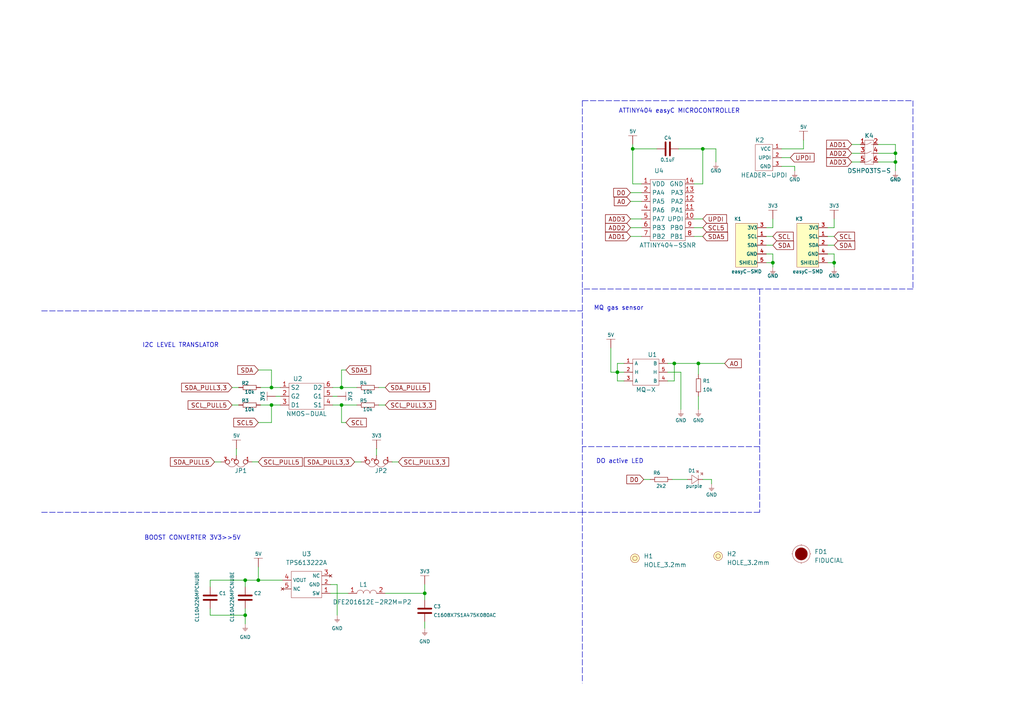
<source format=kicad_sch>
(kicad_sch (version 20210406) (generator eeschema)
  (paper "A4")
  (lib_symbols
    (symbol "e-radionica.com schematics:0402LED" (pin_numbers hide) (pin_names (offset 0.254) hide)
      (property "Reference" "D" (at -0.635 2.54 0))
      (property "Value" "0402LED" (at 0 -2.54 0))
      (symbol "0402LED_0_1"
        (polyline (pts (xy -0.635 1.27) (xy 1.27 0)) (stroke (width 0.0006)))
        (polyline (pts (xy 0.635 1.905) (xy 1.27 2.54)) (stroke (width 0.0006)))
        (polyline (pts (xy 1.27 1.27) (xy 1.27 -1.27)) (stroke (width 0.0006)))
        (polyline (pts (xy 1.905 1.27) (xy 2.54 1.905)) (stroke (width 0.0006)))
        (polyline (pts (xy -0.635 1.27) (xy -0.635 -1.27) (xy 1.27 0)) (stroke (width 0.0006)))
        (polyline (pts (xy 1.27 2.54) (xy 0.635 2.54) (xy 1.27 1.905) (xy 1.27 2.54)) (stroke (width 0.0006)))
        (polyline (pts (xy 2.54 1.905) (xy 1.905 1.905) (xy 2.54 1.27) (xy 2.54 1.905)) (stroke (width 0.0006)))
      )
      (symbol "0402LED_1_1"
        (pin passive line (at -1.905 0 0) (length 1.27) (name "A") (number "1"))
        (pin passive line (at 2.54 0 180) (length 1.27) (name "K") (number "2"))
      )
    )
    (symbol "e-radionica.com schematics:0402R" (pin_numbers hide) (pin_names (offset 0.254))
      (property "Reference" "R" (at -1.905 1.27 0))
      (property "Value" "0402R" (at 0 -1.27 0))
      (symbol "0402R_0_1"
        (rectangle (start -1.905 -0.635) (end 1.905 -0.6604) (stroke (width 0.1)))
        (rectangle (start -1.905 0.635) (end -1.8796 -0.635) (stroke (width 0.1)))
        (rectangle (start -1.905 0.635) (end 1.905 0.6096) (stroke (width 0.1)))
        (rectangle (start 1.905 0.635) (end 1.9304 -0.635) (stroke (width 0.1)))
      )
      (symbol "0402R_1_1"
        (pin passive line (at -3.175 0 0) (length 1.27) (name "~") (number "1"))
        (pin passive line (at 3.175 0 180) (length 1.27) (name "~") (number "2"))
      )
    )
    (symbol "e-radionica.com schematics:0603C" (pin_numbers hide) (pin_names (offset 0.002))
      (property "Reference" "C" (at -0.635 3.175 0))
      (property "Value" "0603C" (at 0 -3.175 0))
      (symbol "0603C_0_1"
        (polyline (pts (xy -0.635 1.905) (xy -0.635 -1.905)) (stroke (width 0.5)))
        (polyline (pts (xy 0.635 1.905) (xy 0.635 -1.905)) (stroke (width 0.5)))
      )
      (symbol "0603C_1_1"
        (pin passive line (at -3.175 0 0) (length 2.54) (name "~") (number "1"))
        (pin passive line (at 3.175 0 180) (length 2.54) (name "~") (number "2"))
      )
    )
    (symbol "e-radionica.com schematics:0603R" (pin_numbers hide) (pin_names (offset 0.254))
      (property "Reference" "R" (at -1.905 1.905 0))
      (property "Value" "0603R" (at 0 -1.905 0))
      (symbol "0603R_0_1"
        (rectangle (start -1.905 -0.635) (end 1.905 -0.6604) (stroke (width 0.1)))
        (rectangle (start -1.905 0.635) (end -1.8796 -0.635) (stroke (width 0.1)))
        (rectangle (start -1.905 0.635) (end 1.905 0.6096) (stroke (width 0.1)))
        (rectangle (start 1.905 0.635) (end 1.9304 -0.635) (stroke (width 0.1)))
      )
      (symbol "0603R_1_1"
        (pin passive line (at -3.175 0 0) (length 1.27) (name "~") (number "1"))
        (pin passive line (at 3.175 0 180) (length 1.27) (name "~") (number "2"))
      )
    )
    (symbol "e-radionica.com schematics:0805C" (pin_numbers hide)
      (property "Reference" "C" (at -0.635 3.175 0))
      (property "Value" "0805C" (at 0 -3.175 0))
      (symbol "0805C_0_1"
        (polyline (pts (xy -0.635 1.905) (xy -0.635 -1.905)) (stroke (width 0.5)))
        (polyline (pts (xy 0.635 1.905) (xy 0.635 -1.905)) (stroke (width 0.5)))
      )
      (symbol "0805C_1_1"
        (pin passive line (at -3.175 0 0) (length 2.54) (name "~") (number "1"))
        (pin passive line (at 3.175 0 180) (length 2.54) (name "~") (number "2"))
      )
    )
    (symbol "e-radionica.com schematics:0806L"
      (property "Reference" "L" (at 0 1.905 0))
      (property "Value" "0806L" (at 0 -1.27 0))
      (symbol "0806L_0_1"
        (arc (start -3.175 0) (end -1.27 0) (radius (at -2.2225 -0.0138) (length 0.9526) (angles 179.2 0.8)) (stroke (width 0.0006)))
        (arc (start -1.27 0) (end 0.635 0) (radius (at -0.3175 -0.0138) (length 0.9526) (angles 179.2 0.8)) (stroke (width 0.0006)))
        (arc (start 0.635 0) (end 2.54 0) (radius (at 1.5875 -0.0138) (length 0.9526) (angles 179.2 0.8)) (stroke (width 0.0006)))
      )
      (symbol "0806L_1_1"
        (pin passive line (at -5.715 0 0) (length 2.54) (name "") (number "1"))
        (pin passive line (at 5.08 0 180) (length 2.54) (name "") (number "2"))
      )
    )
    (symbol "e-radionica.com schematics:3V3" (power) (pin_names (offset 0))
      (property "Value" "3V3" (at 0 3.556 0))
      (symbol "3V3_0_1"
        (polyline (pts (xy -1.27 2.54) (xy 1.27 2.54)) (stroke (width 0.0006)))
        (polyline (pts (xy 0 0) (xy 0 2.54)))
      )
      (symbol "3V3_1_1"
        (pin power_in line (at 0 0 90) (length 0) hide (name "3V3") (number "1"))
      )
    )
    (symbol "e-radionica.com schematics:5V" (power) (pin_names (offset 0))
      (property "Value" "5V" (at 0 3.556 0))
      (symbol "5V_0_1"
        (polyline (pts (xy -1.27 2.54) (xy 1.27 2.54)) (stroke (width 0.0006)))
        (polyline (pts (xy 0 0) (xy 0 2.54)))
      )
      (symbol "5V_1_1"
        (pin power_in line (at 0 0 90) (length 0) hide (name "5V") (number "1"))
      )
    )
    (symbol "e-radionica.com schematics:ATTINY404-SSNR"
      (property "Reference" "U" (at -5.08 10.16 0))
      (property "Value" "ATTINY404-SSNR" (at 0 -10.16 0))
      (symbol "ATTINY404-SSNR_0_1"
        (rectangle (start -5.08 8.89) (end 5.08 -8.89) (stroke (width 0.0006)))
      )
      (symbol "ATTINY404-SSNR_1_1"
        (pin power_in line (at -7.62 7.62 0) (length 2.54) (name "VDD") (number "1"))
        (pin bidirectional line (at 7.62 -2.54 180) (length 2.54) (name "UPDI") (number "10"))
        (pin bidirectional line (at 7.62 0 180) (length 2.54) (name "PA1") (number "11"))
        (pin bidirectional line (at 7.62 2.54 180) (length 2.54) (name "PA2") (number "12"))
        (pin bidirectional line (at 7.62 5.08 180) (length 2.54) (name "PA3") (number "13"))
        (pin power_in line (at 7.62 7.62 180) (length 2.54) (name "GND") (number "14"))
        (pin bidirectional line (at -7.62 5.08 0) (length 2.54) (name "PA4") (number "2"))
        (pin bidirectional line (at -7.62 2.54 0) (length 2.54) (name "PA5") (number "3"))
        (pin bidirectional line (at -7.62 0 0) (length 2.54) (name "PA6") (number "4"))
        (pin bidirectional line (at -7.62 -2.54 0) (length 2.54) (name "PA7") (number "5"))
        (pin bidirectional line (at -7.62 -5.08 0) (length 2.54) (name "PB3") (number "6"))
        (pin bidirectional line (at -7.62 -7.62 0) (length 2.54) (name "PB2") (number "7"))
        (pin bidirectional line (at 7.62 -7.62 180) (length 2.54) (name "PB1") (number "8"))
        (pin bidirectional line (at 7.62 -5.08 180) (length 2.54) (name "PB0") (number "9"))
      )
    )
    (symbol "e-radionica.com schematics:DSHP03TS-S"
      (property "Reference" "K" (at 0 5.08 0))
      (property "Value" "DSHP03TS-S" (at 0 -5.08 0))
      (symbol "DSHP03TS-S_0_1"
        (rectangle (start -1.27 3.81) (end 1.27 -3.175) (stroke (width 0.0006)))
        (polyline (pts (xy 1.27 -2.54) (xy 0.635 -2.54)) (stroke (width 0.0006)))
        (polyline (pts (xy 1.27 0) (xy 0.635 0)) (stroke (width 0.0006)))
        (polyline (pts (xy 1.27 2.54) (xy 0.635 2.54)) (stroke (width 0.0006)))
        (polyline (pts (xy -1.27 -2.54) (xy -0.635 -2.54) (xy 0.635 -1.905)) (stroke (width 0.0006)))
        (polyline (pts (xy -1.27 0) (xy -0.635 0) (xy 0.635 0.635)) (stroke (width 0.0006)))
        (polyline (pts (xy -1.27 2.54) (xy -0.635 2.54) (xy 0.635 3.175)) (stroke (width 0.0006)))
      )
      (symbol "DSHP03TS-S_1_1"
        (pin bidirectional line (at -2.54 2.54 0) (length 1.27) (name "~") (number "1"))
        (pin bidirectional line (at 2.54 2.54 180) (length 1.27) (name "~") (number "2"))
        (pin bidirectional line (at -2.54 0 0) (length 1.27) (name "~") (number "3"))
        (pin bidirectional line (at 2.54 0 180) (length 1.27) (name "~") (number "4"))
        (pin bidirectional line (at -2.54 -2.54 0) (length 1.27) (name "~") (number "5"))
        (pin bidirectional line (at 2.54 -2.54 180) (length 1.27) (name "~") (number "6"))
      )
    )
    (symbol "e-radionica.com schematics:FIDUCIAL" (in_bom no)
      (property "Reference" "FD" (at 0 3.81 0))
      (property "Value" "FIDUCIAL" (at 0 -3.81 0))
      (symbol "FIDUCIAL_0_1"
        (circle (center 0 0) (radius 2.54) (stroke (width 0.0006)))
        (circle (center 0 0) (radius 1.7961) (stroke (width 0.001)) (fill (type outline)))
        (polyline (pts (xy -2.54 0) (xy -2.794 0)) (stroke (width 0.0006)))
        (polyline (pts (xy 0 -2.54) (xy 0 -2.794)) (stroke (width 0.0006)))
        (polyline (pts (xy 0 2.54) (xy 0 2.794)) (stroke (width 0.0006)))
        (polyline (pts (xy 2.54 0) (xy 2.794 0)) (stroke (width 0.0006)))
      )
    )
    (symbol "e-radionica.com schematics:GND" (power) (pin_names (offset 0))
      (property "Value" "GND" (at 0 -2.921 0))
      (symbol "GND_0_1"
        (polyline (pts (xy -0.762 -1.27) (xy 0.762 -1.27)) (stroke (width 0.0006)))
        (polyline (pts (xy -0.635 -1.524) (xy 0.635 -1.524)) (stroke (width 0.0006)))
        (polyline (pts (xy -0.381 -1.778) (xy 0.381 -1.778)) (stroke (width 0.0006)))
        (polyline (pts (xy -0.127 -2.032) (xy 0.127 -2.032)) (stroke (width 0.0006)))
        (polyline (pts (xy 0 0) (xy 0 -1.27)) (stroke (width 0.0006)))
      )
      (symbol "GND_1_1"
        (pin power_in line (at 0 0 270) (length 0) hide (name "GND") (number "1"))
      )
    )
    (symbol "e-radionica.com schematics:HEADER-UPDI"
      (property "Reference" "K" (at -1.27 5.08 0))
      (property "Value" "HEADER-UPDI" (at 0 -5.08 0))
      (symbol "HEADER-UPDI_0_1"
        (rectangle (start -2.54 3.81) (end 2.54 -3.81) (stroke (width 0.0006)))
      )
      (symbol "HEADER-UPDI_1_1"
        (pin power_in line (at 5.08 2.54 180) (length 2.54) (name "VCC") (number "1"))
        (pin bidirectional line (at 5.08 0 180) (length 2.54) (name "UPDI") (number "2"))
        (pin power_in line (at 5.08 -2.54 180) (length 2.54) (name "GND") (number "3"))
      )
    )
    (symbol "e-radionica.com schematics:HOLE_3.2mm" (pin_numbers hide) (pin_names hide)
      (property "Reference" "H" (at 0 2.54 0))
      (property "Value" "HOLE_3.2mm" (at 0 -2.54 0))
      (symbol "HOLE_3.2mm_0_1"
        (circle (center 0 0) (radius 0.635) (stroke (width 0.0006)))
        (circle (center 0 0) (radius 1.27) (stroke (width 0.001)) (fill (type background)))
      )
    )
    (symbol "e-radionica.com schematics:MQ"
      (property "Reference" "U" (at 0 5.08 0))
      (property "Value" "MQ" (at 0 -5.08 0))
      (symbol "MQ_0_1"
        (rectangle (start -3.81 3.81) (end 3.81 -3.81) (stroke (width 0.0006)))
      )
      (symbol "MQ_1_1"
        (pin input line (at -6.35 2.54 0) (length 2.54) (name "A") (number "1"))
        (pin input line (at -6.35 0 0) (length 2.54) (name "H") (number "2"))
        (pin input line (at -6.35 -2.54 0) (length 2.54) (name "A") (number "3"))
        (pin input line (at 6.35 -2.54 180) (length 2.54) (name "B") (number "4"))
        (pin input line (at 6.35 0 180) (length 2.54) (name "H") (number "5"))
        (pin input line (at 6.35 2.54 180) (length 2.54) (name "B") (number "6"))
      )
    )
    (symbol "e-radionica.com schematics:NMOS-DUAL"
      (property "Reference" "U" (at -3.81 5.08 0))
      (property "Value" "NMOS-DUAL" (at 0 -5.08 0))
      (symbol "NMOS-DUAL_0_1"
        (rectangle (start -5.08 3.81) (end 5.08 -3.81) (stroke (width 0.0006)))
      )
      (symbol "NMOS-DUAL_1_1"
        (pin input line (at -7.62 2.54 0) (length 2.54) (name "S2") (number "1"))
        (pin input line (at -7.62 0 0) (length 2.54) (name "G2") (number "2"))
        (pin input line (at -7.62 -2.54 0) (length 2.54) (name "D1") (number "3"))
        (pin input line (at 7.62 -2.54 180) (length 2.54) (name "S1") (number "4"))
        (pin input line (at 7.62 0 180) (length 2.54) (name "G1") (number "5"))
        (pin input line (at 7.62 2.54 180) (length 2.54) (name "D2") (number "6"))
      )
    )
    (symbol "e-radionica.com schematics:SMD_JUMPER_3_PAD_TRACE"
      (property "Reference" "JP" (at 0.0254 5.461 0))
      (property "Value" "SMD_JUMPER_3_PAD_TRACE" (at 0.3048 -4.572 0))
      (symbol "SMD_JUMPER_3_PAD_TRACE_0_1"
        (arc (start -2.6162 0.6096) (end 0 0.5842) (radius (at -1.3133 0.057) (length 1.4152) (angles 157 21.9)) (stroke (width 0.0006)))
        (arc (start 0 0.6096) (end 2.5908 0.6604) (radius (at 1.308 -0.0085) (length 1.4467) (angles 154.7 27.5)) (stroke (width 0.0006)))
      )
      (symbol "SMD_JUMPER_3_PAD_TRACE_1_1"
        (pin passive inverted (at -4.5212 -0.0254 0) (length 2.54) (name "") (number "1"))
        (pin passive inverted (at 0.0254 -1.9304 90) (length 2.54) (name "") (number "2"))
        (pin passive inverted (at 4.4704 0 180) (length 2.54) (name "") (number "3"))
      )
    )
    (symbol "e-radionica.com schematics:TPS613222A"
      (property "Reference" "U" (at 0 5.08 0))
      (property "Value" "TPS613222A" (at 0 -5.08 0))
      (symbol "TPS613222A_0_1"
        (rectangle (start -4.445 3.81) (end 4.445 -3.81) (stroke (width 0.0006)))
      )
      (symbol "TPS613222A_1_1"
        (pin passive line (at 6.985 -2.54 180) (length 2.54) (name "SW") (number "1"))
        (pin passive line (at 6.985 0 180) (length 2.54) (name "GND") (number "2"))
        (pin no_connect line (at 6.985 2.54 180) (length 2.54) (name "NC") (number "3"))
        (pin passive line (at -6.985 1.27 0) (length 2.54) (name "VOUT") (number "4"))
        (pin no_connect line (at -6.985 -1.27 0) (length 2.54) (name "NC") (number "5"))
      )
    )
    (symbol "e-radionica.com schematics:easyC-SMD" (pin_names (offset 0.002))
      (property "Reference" "K" (at -2.54 10.16 0))
      (property "Value" "easyC-SMD" (at 0 -5.08 0))
      (symbol "easyC-SMD_0_1"
        (rectangle (start -3.175 8.89) (end 3.175 -3.81) (stroke (width 0.001)) (fill (type background)))
      )
      (symbol "easyC-SMD_1_1"
        (pin passive line (at 5.715 5.08 180) (length 2.54) (name "SCL") (number "1"))
        (pin passive line (at 5.715 2.54 180) (length 2.54) (name "SDA") (number "2"))
        (pin passive line (at 5.715 7.62 180) (length 2.54) (name "3V3") (number "3"))
        (pin passive line (at 5.715 0 180) (length 2.54) (name "GND") (number "4"))
        (pin passive line (at 5.715 -2.54 180) (length 2.54) (name "SHIELD") (number "5"))
      )
    )
  )
  (junction (at 71.12 168.275) (diameter 0.9144))
  (junction (at 71.12 178.435) (diameter 0.9144))
  (junction (at 74.93 168.275) (diameter 0.9144))
  (junction (at 78.74 112.395) (diameter 0.9144))
  (junction (at 78.74 117.475) (diameter 0.9144))
  (junction (at 99.06 112.395) (diameter 0.9144))
  (junction (at 99.06 117.475) (diameter 0.9144))
  (junction (at 123.19 172.085) (diameter 0.9144))
  (junction (at 179.07 107.95) (diameter 0.9144))
  (junction (at 183.515 43.18) (diameter 0.9144))
  (junction (at 195.58 105.41) (diameter 0.9144))
  (junction (at 202.565 105.41) (diameter 0.9144))
  (junction (at 203.835 43.18) (diameter 0.9144))
  (junction (at 224.155 76.2) (diameter 0.9144))
  (junction (at 241.935 76.2) (diameter 0.9144))
  (junction (at 259.715 44.45) (diameter 0.9144))
  (junction (at 259.715 46.99) (diameter 0.9144))
  (wire (pts (xy 60.96 168.275) (xy 71.12 168.275)))
  (wire (pts (xy 60.96 170.18) (xy 60.96 168.275)))
  (wire (pts (xy 60.96 176.53) (xy 60.96 178.435)))
  (wire (pts (xy 60.96 178.435) (xy 71.12 178.435)))
  (wire (pts (xy 62.23 133.985) (xy 64.1096 133.985)))
  (wire (pts (xy 67.31 112.395) (xy 69.215 112.395)))
  (wire (pts (xy 67.31 117.475) (xy 69.215 117.475)))
  (wire (pts (xy 68.5546 130.175) (xy 68.58 130.175)))
  (wire (pts (xy 68.5546 132.0546) (xy 68.5546 130.175)))
  (wire (pts (xy 71.12 168.275) (xy 74.93 168.275)))
  (wire (pts (xy 71.12 170.18) (xy 71.12 168.275)))
  (wire (pts (xy 71.12 176.53) (xy 71.12 178.435)))
  (wire (pts (xy 71.12 178.435) (xy 71.12 180.975)))
  (wire (pts (xy 73.1012 133.9596) (xy 74.93 133.9596)))
  (wire (pts (xy 74.93 107.315) (xy 78.74 107.315)))
  (wire (pts (xy 74.93 122.555) (xy 78.74 122.555)))
  (wire (pts (xy 74.93 133.9596) (xy 74.93 133.985)))
  (wire (pts (xy 74.93 168.275) (xy 74.93 164.465)))
  (wire (pts (xy 74.93 168.275) (xy 81.915 168.275)))
  (wire (pts (xy 75.565 112.395) (xy 78.74 112.395)))
  (wire (pts (xy 75.565 117.475) (xy 78.74 117.475)))
  (wire (pts (xy 78.74 107.315) (xy 78.74 112.395)))
  (wire (pts (xy 78.74 112.395) (xy 81.28 112.395)))
  (wire (pts (xy 78.74 117.475) (xy 81.28 117.475)))
  (wire (pts (xy 78.74 122.555) (xy 78.74 117.475)))
  (wire (pts (xy 80.01 114.935) (xy 81.28 114.935)))
  (wire (pts (xy 95.885 169.545) (xy 97.79 169.545)))
  (wire (pts (xy 95.885 172.085) (xy 100.965 172.085)))
  (wire (pts (xy 96.52 112.395) (xy 99.06 112.395)))
  (wire (pts (xy 96.52 114.935) (xy 97.79 114.935)))
  (wire (pts (xy 96.52 117.475) (xy 99.06 117.475)))
  (wire (pts (xy 97.79 169.545) (xy 97.79 178.435)))
  (wire (pts (xy 99.06 107.315) (xy 99.06 112.395)))
  (wire (pts (xy 99.06 112.395) (xy 103.505 112.395)))
  (wire (pts (xy 99.06 117.475) (xy 103.505 117.475)))
  (wire (pts (xy 99.06 122.555) (xy 99.06 117.475)))
  (wire (pts (xy 100.33 107.315) (xy 99.06 107.315)))
  (wire (pts (xy 100.33 122.555) (xy 99.06 122.555)))
  (wire (pts (xy 102.87 133.985) (xy 104.7496 133.985)))
  (wire (pts (xy 109.1946 130.175) (xy 109.22 130.175)))
  (wire (pts (xy 109.1946 132.0546) (xy 109.1946 130.175)))
  (wire (pts (xy 109.855 112.395) (xy 111.76 112.395)))
  (wire (pts (xy 109.855 117.475) (xy 111.76 117.475)))
  (wire (pts (xy 111.76 172.085) (xy 123.19 172.085)))
  (wire (pts (xy 113.7412 133.9596) (xy 113.7412 133.985)))
  (wire (pts (xy 113.7412 133.985) (xy 115.57 133.985)))
  (wire (pts (xy 123.19 169.545) (xy 123.19 172.085)))
  (wire (pts (xy 123.19 172.085) (xy 123.19 173.99)))
  (wire (pts (xy 123.19 180.34) (xy 123.19 182.245)))
  (wire (pts (xy 177.165 100.965) (xy 177.165 107.95)))
  (wire (pts (xy 179.07 105.41) (xy 179.07 107.95)))
  (wire (pts (xy 179.07 107.95) (xy 177.165 107.95)))
  (wire (pts (xy 179.07 107.95) (xy 179.07 110.49)))
  (wire (pts (xy 179.07 110.49) (xy 180.975 110.49)))
  (wire (pts (xy 180.975 105.41) (xy 179.07 105.41)))
  (wire (pts (xy 180.975 107.95) (xy 179.07 107.95)))
  (wire (pts (xy 182.88 55.88) (xy 186.055 55.88)))
  (wire (pts (xy 182.88 58.42) (xy 186.055 58.42)))
  (wire (pts (xy 182.88 63.5) (xy 186.055 63.5)))
  (wire (pts (xy 182.88 66.04) (xy 186.055 66.04)))
  (wire (pts (xy 182.88 68.58) (xy 186.055 68.58)))
  (wire (pts (xy 183.515 43.18) (xy 183.515 41.91)))
  (wire (pts (xy 183.515 53.34) (xy 183.515 43.18)))
  (wire (pts (xy 186.055 53.34) (xy 183.515 53.34)))
  (wire (pts (xy 186.69 139.065) (xy 188.595 139.065)))
  (wire (pts (xy 190.5 43.18) (xy 183.515 43.18)))
  (wire (pts (xy 193.675 105.41) (xy 195.58 105.41)))
  (wire (pts (xy 193.675 107.95) (xy 197.485 107.95)))
  (wire (pts (xy 194.945 139.065) (xy 199.39 139.065)))
  (wire (pts (xy 195.58 105.41) (xy 195.58 110.49)))
  (wire (pts (xy 195.58 105.41) (xy 202.565 105.41)))
  (wire (pts (xy 195.58 110.49) (xy 193.675 110.49)))
  (wire (pts (xy 196.85 43.18) (xy 203.835 43.18)))
  (wire (pts (xy 197.485 107.95) (xy 197.485 118.745)))
  (wire (pts (xy 201.295 63.5) (xy 203.835 63.5)))
  (wire (pts (xy 201.295 66.04) (xy 203.835 66.04)))
  (wire (pts (xy 201.295 68.58) (xy 203.835 68.58)))
  (wire (pts (xy 202.565 105.41) (xy 202.565 108.585)))
  (wire (pts (xy 202.565 105.41) (xy 210.185 105.41)))
  (wire (pts (xy 202.565 114.935) (xy 202.565 118.745)))
  (wire (pts (xy 203.835 43.18) (xy 203.835 53.34)))
  (wire (pts (xy 203.835 43.18) (xy 207.645 43.18)))
  (wire (pts (xy 203.835 53.34) (xy 201.295 53.34)))
  (wire (pts (xy 203.835 139.065) (xy 206.375 139.065)))
  (wire (pts (xy 206.375 139.065) (xy 206.375 140.335)))
  (wire (pts (xy 207.645 43.18) (xy 207.645 46.99)))
  (wire (pts (xy 222.25 66.04) (xy 224.155 66.04)))
  (wire (pts (xy 222.25 68.58) (xy 224.155 68.58)))
  (wire (pts (xy 222.25 71.12) (xy 224.155 71.12)))
  (wire (pts (xy 222.25 73.66) (xy 224.155 73.66)))
  (wire (pts (xy 222.25 76.2) (xy 224.155 76.2)))
  (wire (pts (xy 224.155 66.04) (xy 224.155 63.5)))
  (wire (pts (xy 224.155 73.66) (xy 224.155 76.2)))
  (wire (pts (xy 224.155 76.2) (xy 224.155 77.47)))
  (wire (pts (xy 226.695 43.18) (xy 233.045 43.18)))
  (wire (pts (xy 226.695 45.72) (xy 229.235 45.72)))
  (wire (pts (xy 226.695 48.26) (xy 230.505 48.26)))
  (wire (pts (xy 230.505 48.26) (xy 230.505 49.53)))
  (wire (pts (xy 233.045 43.18) (xy 233.045 40.64)))
  (wire (pts (xy 240.03 66.04) (xy 241.935 66.04)))
  (wire (pts (xy 240.03 68.58) (xy 241.935 68.58)))
  (wire (pts (xy 240.03 71.12) (xy 241.935 71.12)))
  (wire (pts (xy 240.03 73.66) (xy 241.935 73.66)))
  (wire (pts (xy 240.03 76.2) (xy 241.935 76.2)))
  (wire (pts (xy 241.935 66.04) (xy 241.935 63.5)))
  (wire (pts (xy 241.935 73.66) (xy 241.935 76.2)))
  (wire (pts (xy 241.935 76.2) (xy 241.935 77.47)))
  (wire (pts (xy 247.015 41.91) (xy 249.555 41.91)))
  (wire (pts (xy 247.015 44.45) (xy 249.555 44.45)))
  (wire (pts (xy 247.015 46.99) (xy 249.555 46.99)))
  (wire (pts (xy 254.635 41.91) (xy 259.715 41.91)))
  (wire (pts (xy 254.635 44.45) (xy 259.715 44.45)))
  (wire (pts (xy 254.635 46.99) (xy 259.715 46.99)))
  (wire (pts (xy 259.715 41.91) (xy 259.715 44.45)))
  (wire (pts (xy 259.715 44.45) (xy 259.715 46.99)))
  (wire (pts (xy 259.715 46.99) (xy 259.715 49.53)))
  (polyline (pts (xy 12.065 90.17) (xy 168.91 90.17)) (stroke (width 0) (type dash)))
  (polyline (pts (xy 12.065 148.59) (xy 168.91 148.59)) (stroke (width 0) (type dash)))
  (polyline (pts (xy 168.91 29.21) (xy 168.91 83.82)) (stroke (width 0) (type dash)))
  (polyline (pts (xy 168.91 29.21) (xy 264.795 29.21)) (stroke (width 0) (type dash)))
  (polyline (pts (xy 168.91 83.82) (xy 168.91 129.54)) (stroke (width 0) (type dash)))
  (polyline (pts (xy 168.91 129.54) (xy 168.91 198.12)) (stroke (width 0) (type dash)))
  (polyline (pts (xy 220.345 83.82) (xy 220.345 129.54)) (stroke (width 0) (type dash)))
  (polyline (pts (xy 220.345 129.54) (xy 168.91 129.54)) (stroke (width 0) (type dash)))
  (polyline (pts (xy 220.345 129.54) (xy 220.345 148.59)) (stroke (width 0) (type dash)))
  (polyline (pts (xy 220.345 148.59) (xy 168.91 148.59)) (stroke (width 0) (type dash)))
  (polyline (pts (xy 264.795 29.21) (xy 264.795 83.82)) (stroke (width 0) (type dash)))
  (polyline (pts (xy 264.795 83.82) (xy 168.91 83.82)) (stroke (width 0) (type dash)))
  (text "I2C LEVEL TRANSLATOR" (at 63.5 100.965 180) (effects (font (size 1.27 1.27)) (justify right bottom)))
  (text "BOOST CONVERTER 3V3>>5V" (at 69.85 156.845 180) (effects (font (size 1.27 1.27)) (justify right bottom)))
  (text "MQ gas sensor" (at 186.69 90.17 180) (effects (font (size 1.27 1.27)) (justify right bottom)))
  (text "DO active LED" (at 186.69 134.62 180) (effects (font (size 1.27 1.27)) (justify right bottom)))
  (text "ATTINY404 easyC MICROCONTROLLER" (at 214.63 33.02 180) (effects (font (size 1.27 1.27)) (justify right bottom)))
  (global_label "SDA_PULL5" (shape input) (at 62.23 133.985 180) (property "Intersheet References" "${INTERSHEET_REFS}" (effects hide)))
  (global_label "SDA_PULL3,3" (shape input) (at 67.31 112.395 180) (property "Intersheet References" "${INTERSHEET_REFS}" (effects hide)))
  (global_label "SCL_PULL5" (shape input) (at 67.31 117.475 180) (property "Intersheet References" "${INTERSHEET_REFS}" (effects hide)))
  (global_label "SDA" (shape input) (at 74.93 107.315 180) (property "Intersheet References" "${INTERSHEET_REFS}" (effects hide)))
  (global_label "SCL5" (shape input) (at 74.93 122.555 180) (property "Intersheet References" "${INTERSHEET_REFS}" (effects hide)))
  (global_label "SCL_PULL5" (shape input) (at 74.93 133.985 0) (property "Intersheet References" "${INTERSHEET_REFS}" (effects hide)))
  (global_label "SDA5" (shape input) (at 100.33 107.315 0) (property "Intersheet References" "${INTERSHEET_REFS}" (effects hide)))
  (global_label "SCL" (shape input) (at 100.33 122.555 0) (property "Intersheet References" "${INTERSHEET_REFS}" (effects hide)))
  (global_label "SDA_PULL3,3" (shape input) (at 102.87 133.985 180) (property "Intersheet References" "${INTERSHEET_REFS}" (effects hide)))
  (global_label "SDA_PULL5" (shape input) (at 111.76 112.395 0) (property "Intersheet References" "${INTERSHEET_REFS}" (effects hide)))
  (global_label "SCL_PULL3,3" (shape input) (at 111.76 117.475 0) (property "Intersheet References" "${INTERSHEET_REFS}" (effects hide)))
  (global_label "SCL_PULL3,3" (shape input) (at 115.57 133.985 0) (property "Intersheet References" "${INTERSHEET_REFS}" (effects hide)))
  (global_label "D0" (shape input) (at 182.88 55.88 180) (property "Intersheet References" "${INTERSHEET_REFS}" (effects hide)))
  (global_label "A0" (shape input) (at 182.88 58.42 180) (property "Intersheet References" "${INTERSHEET_REFS}" (effects hide)))
  (global_label "ADD3" (shape input) (at 182.88 63.5 180) (property "Intersheet References" "${INTERSHEET_REFS}" (effects hide)))
  (global_label "ADD2" (shape input) (at 182.88 66.04 180) (property "Intersheet References" "${INTERSHEET_REFS}" (effects hide)))
  (global_label "ADD1" (shape input) (at 182.88 68.58 180) (property "Intersheet References" "${INTERSHEET_REFS}" (effects hide)))
  (global_label "D0" (shape input) (at 186.69 139.065 180) (property "Intersheet References" "${INTERSHEET_REFS}" (effects hide)))
  (global_label "UPDI" (shape input) (at 203.835 63.5 0) (property "Intersheet References" "${INTERSHEET_REFS}" (effects hide)))
  (global_label "SCL5" (shape input) (at 203.835 66.04 0) (property "Intersheet References" "${INTERSHEET_REFS}" (effects hide)))
  (global_label "SDA5" (shape input) (at 203.835 68.58 0) (property "Intersheet References" "${INTERSHEET_REFS}" (effects hide)))
  (global_label "AO" (shape input) (at 210.185 105.41 0) (property "Intersheet References" "${INTERSHEET_REFS}" (effects hide)))
  (global_label "SCL" (shape input) (at 224.155 68.58 0) (property "Intersheet References" "${INTERSHEET_REFS}" (effects hide)))
  (global_label "SDA" (shape input) (at 224.155 71.12 0) (property "Intersheet References" "${INTERSHEET_REFS}" (effects hide)))
  (global_label "UPDI" (shape input) (at 229.235 45.72 0) (property "Intersheet References" "${INTERSHEET_REFS}" (effects hide)))
  (global_label "SCL" (shape input) (at 241.935 68.58 0) (property "Intersheet References" "${INTERSHEET_REFS}" (effects hide)))
  (global_label "SDA" (shape input) (at 241.935 71.12 0) (property "Intersheet References" "${INTERSHEET_REFS}" (effects hide)))
  (global_label "ADD1" (shape input) (at 247.015 41.91 180) (property "Intersheet References" "${INTERSHEET_REFS}" (effects hide)))
  (global_label "ADD2" (shape input) (at 247.015 44.45 180) (property "Intersheet References" "${INTERSHEET_REFS}" (effects hide)))
  (global_label "ADD3" (shape input) (at 247.015 46.99 180) (property "Intersheet References" "${INTERSHEET_REFS}" (effects hide)))
  (symbol (lib_id "e-radionica.com schematics:GND") (at 71.12 180.975 0) (unit 1)
    (property "Reference" "#PWR0122" (effects hide))
    (property "Value" "GND" (at 71.12 184.785 0) (effects (font (size 1 1))))
  )
  (symbol (lib_id "e-radionica.com schematics:GND") (at 97.79 178.435 0) (unit 1)
    (property "Reference" "#PWR0120" (effects hide))
    (property "Value" "GND" (at 97.79 182.245 0) (effects (font (size 1 1))))
  )
  (symbol (lib_id "e-radionica.com schematics:GND") (at 123.19 182.245 0) (unit 1)
    (property "Reference" "#PWR0119" (effects hide))
    (property "Value" "GND" (at 123.19 186.055 0) (effects (font (size 1 1))))
  )
  (symbol (lib_id "e-radionica.com schematics:GND") (at 197.485 118.745 0) (unit 1)
    (property "Reference" "#PWR0113" (effects hide))
    (property "Value" "GND" (at 197.485 121.92 0) (effects (font (size 1 1))))
  )
  (symbol (lib_id "e-radionica.com schematics:GND") (at 202.565 118.745 0) (unit 1)
    (property "Reference" "#PWR0108" (effects hide))
    (property "Value" "GND" (at 202.565 121.92 0) (effects (font (size 1 1))))
  )
  (symbol (lib_id "e-radionica.com schematics:GND") (at 206.375 140.335 0) (unit 1)
    (property "Reference" "#PWR0123" (effects hide))
    (property "Value" "GND" (at 206.375 143.51 0) (effects (font (size 1 1))))
  )
  (symbol (lib_id "e-radionica.com schematics:GND") (at 207.645 46.99 0) (unit 1)
    (property "Reference" "#PWR0106" (effects hide))
    (property "Value" "GND" (at 207.645 49.53 0) (effects (font (size 1 1))))
  )
  (symbol (lib_id "e-radionica.com schematics:GND") (at 224.155 77.47 0) (unit 1)
    (property "Reference" "#PWR0107" (effects hide))
    (property "Value" "GND" (at 224.155 80.01 0) (effects (font (size 1 1))))
  )
  (symbol (lib_id "e-radionica.com schematics:GND") (at 230.505 49.53 0) (unit 1)
    (property "Reference" "#PWR0114" (effects hide))
    (property "Value" "GND" (at 230.505 52.07 0) (effects (font (size 1 1))))
  )
  (symbol (lib_id "e-radionica.com schematics:GND") (at 241.935 77.47 0) (unit 1)
    (property "Reference" "#PWR0109" (effects hide))
    (property "Value" "GND" (at 241.935 80.01 0) (effects (font (size 1 1))))
  )
  (symbol (lib_id "e-radionica.com schematics:GND") (at 259.715 49.53 0) (unit 1)
    (property "Reference" "#PWR0117" (effects hide))
    (property "Value" "GND" (at 259.715 52.07 0) (effects (font (size 1 1))))
  )
  (symbol (lib_id "e-radionica.com schematics:HOLE_3.2mm") (at 184.15 161.925 0) (unit 1)
    (property "Reference" "H1" (at 186.69 161.2899 0) (effects (justify left)))
    (property "Value" "HOLE_3.2mm" (at 186.69 163.8299 0) (effects (justify left)))
    (property "Footprint" "e-radionica.com footprinti:HOLE_3.2mm" (effects hide))
  )
  (symbol (lib_id "e-radionica.com schematics:HOLE_3.2mm") (at 208.28 161.29 0) (unit 1)
    (property "Reference" "H2" (at 210.82 160.6549 0) (effects (justify left)))
    (property "Value" "HOLE_3.2mm" (at 210.82 163.1949 0) (effects (justify left)))
    (property "Footprint" "e-radionica.com footprinti:HOLE_3.2mm" (effects hide))
  )
  (symbol (lib_id "e-radionica.com schematics:5V") (at 68.58 130.175 0) (unit 1)
    (property "Reference" "#PWR0103" (effects hide))
    (property "Value" "5V" (at 68.58 126.365 0) (effects (font (size 1 1))))
  )
  (symbol (lib_id "e-radionica.com schematics:5V") (at 74.93 164.465 0) (unit 1)
    (property "Reference" "#PWR0121" (effects hide))
    (property "Value" "5V" (at 74.93 160.655 0) (effects (font (size 1 1))))
  )
  (symbol (lib_id "e-radionica.com schematics:3V3") (at 80.01 114.935 90) (unit 1)
    (property "Reference" "#PWR0104" (effects hide))
    (property "Value" "3V3" (at 76.2 114.935 0) (effects (font (size 1 1))))
  )
  (symbol (lib_id "e-radionica.com schematics:3V3") (at 97.79 114.935 270) (unit 1)
    (property "Reference" "#PWR0102" (effects hide))
    (property "Value" "3V3" (at 101.6 114.935 0) (effects (font (size 1 1))))
  )
  (symbol (lib_id "e-radionica.com schematics:3V3") (at 109.22 130.175 0) (unit 1)
    (property "Reference" "#PWR0101" (effects hide))
    (property "Value" "3V3" (at 109.22 126.365 0) (effects (font (size 1 1))))
  )
  (symbol (lib_id "e-radionica.com schematics:3V3") (at 123.19 169.545 0) (unit 1)
    (property "Reference" "#PWR0118" (effects hide))
    (property "Value" "3V3" (at 123.19 165.735 0) (effects (font (size 1 1))))
  )
  (symbol (lib_id "e-radionica.com schematics:5V") (at 177.165 100.965 0) (unit 1)
    (property "Reference" "#PWR0110" (effects hide))
    (property "Value" "5V" (at 177.165 97.155 0) (effects (font (size 1 1))))
  )
  (symbol (lib_id "e-radionica.com schematics:5V") (at 183.515 41.91 0) (unit 1)
    (property "Reference" "#PWR0111" (effects hide))
    (property "Value" "5V" (at 183.515 38.1 0) (effects (font (size 1 1))))
  )
  (symbol (lib_id "e-radionica.com schematics:3V3") (at 224.155 63.5 0) (unit 1)
    (property "Reference" "#PWR0112" (effects hide))
    (property "Value" "3V3" (at 224.155 59.69 0) (effects (font (size 1 1))))
  )
  (symbol (lib_id "e-radionica.com schematics:5V") (at 233.045 40.64 0) (unit 1)
    (property "Reference" "#PWR0105" (effects hide))
    (property "Value" "5V" (at 233.045 36.83 0) (effects (font (size 1 1))))
  )
  (symbol (lib_id "e-radionica.com schematics:3V3") (at 241.935 63.5 0) (unit 1)
    (property "Reference" "#PWR0115" (effects hide))
    (property "Value" "3V3" (at 241.935 59.69 0) (effects (font (size 1 1))))
  )
  (symbol (lib_id "e-radionica.com schematics:0603R") (at 72.39 112.395 0) (unit 1)
    (property "Reference" "R2" (at 71.12 111.125 0) (effects (font (size 1 1))))
    (property "Value" "10k" (at 72.39 113.665 0) (effects (font (size 1 1))))
    (property "Footprint" "e-radionica.com footprinti:0603R" (effects hide))
  )
  (symbol (lib_id "e-radionica.com schematics:0603R") (at 72.39 117.475 0) (unit 1)
    (property "Reference" "R3" (at 71.12 116.205 0) (effects (font (size 1 1))))
    (property "Value" "10k" (at 72.39 118.745 0) (effects (font (size 1 1))))
    (property "Footprint" "e-radionica.com footprinti:0603R" (effects hide))
  )
  (symbol (lib_id "e-radionica.com schematics:0603R") (at 106.68 112.395 0) (unit 1)
    (property "Reference" "R4" (at 105.41 111.125 0) (effects (font (size 1 1))))
    (property "Value" "10k" (at 106.68 113.665 0) (effects (font (size 1 1))))
    (property "Footprint" "e-radionica.com footprinti:0603R" (effects hide))
  )
  (symbol (lib_id "e-radionica.com schematics:0603R") (at 106.68 117.475 0) (unit 1)
    (property "Reference" "R5" (at 105.41 116.205 0) (effects (font (size 1 1))))
    (property "Value" "10k" (at 106.68 118.745 0) (effects (font (size 1 1))))
    (property "Footprint" "e-radionica.com footprinti:0603R" (effects hide))
  )
  (symbol (lib_id "e-radionica.com schematics:0402R") (at 191.77 139.065 0) (unit 1)
    (property "Reference" "R6" (at 190.5 137.16 0) (effects (font (size 1 1))))
    (property "Value" "2k2" (at 191.77 140.97 0) (effects (font (size 1 1))))
    (property "Footprint" "e-radionica.com footprinti:0402R" (effects hide))
  )
  (symbol (lib_id "e-radionica.com schematics:0603R") (at 202.565 111.76 90) (unit 1)
    (property "Reference" "R1" (at 203.835 110.49 90) (effects (font (size 1 1)) (justify right)))
    (property "Value" "10k" (at 203.835 113.03 90) (effects (font (size 1 1)) (justify right)))
    (property "Footprint" "e-radionica.com footprinti:0603R" (effects hide))
  )
  (symbol (lib_id "e-radionica.com schematics:0806L") (at 106.68 172.085 0) (unit 1)
    (property "Reference" "L1" (at 105.41 169.545 0))
    (property "Value" "DFE201612E-2R2M=P2" (at 107.95 174.625 0))
    (property "Footprint" "e-radionica.com footprinti:0806L" (effects hide))
  )
  (symbol (lib_id "e-radionica.com schematics:0402LED") (at 201.295 139.065 0) (unit 1)
    (property "Reference" "D1" (at 200.66 136.525 0) (effects (font (size 1 1))))
    (property "Value" "purple" (at 201.295 140.97 0) (effects (font (size 1 1))))
    (property "Footprint" "e-radionica.com footprinti:0402LED" (effects hide))
    (property "Package" "0402" (effects hide))
  )
  (symbol (lib_id "e-radionica.com schematics:0805C") (at 60.96 173.355 90) (unit 1)
    (property "Reference" "C1" (at 63.5 172.085 90) (effects (font (size 1 1)) (justify right)))
    (property "Value" "CL10A226MPCNUBE" (at 57.15 165.735 0) (effects (font (size 1 1)) (justify right)))
    (property "Footprint" "e-radionica.com footprinti:0805C" (effects hide))
  )
  (symbol (lib_id "e-radionica.com schematics:0805C") (at 71.12 173.355 90) (unit 1)
    (property "Reference" "C2" (at 73.66 172.085 90) (effects (font (size 1 1)) (justify right)))
    (property "Value" "CL10A226MPCNUBE" (at 67.31 165.735 0) (effects (font (size 1 1)) (justify right)))
    (property "Footprint" "e-radionica.com footprinti:0805C" (effects hide))
  )
  (symbol (lib_id "e-radionica.com schematics:0805C") (at 123.19 177.165 90) (unit 1)
    (property "Reference" "C3" (at 125.73 175.895 90) (effects (font (size 1 1)) (justify right)))
    (property "Value" "C1608X7S1A475K080AC" (at 125.73 178.435 90) (effects (font (size 1 1)) (justify right)))
    (property "Footprint" "e-radionica.com footprinti:0805C" (effects hide))
  )
  (symbol (lib_id "e-radionica.com schematics:0603C") (at 193.675 43.18 0) (unit 1)
    (property "Reference" "C4" (at 193.675 40.005 0) (effects (font (size 1 1))))
    (property "Value" "0.1uF" (at 193.675 46.355 0) (effects (font (size 1 1))))
    (property "Footprint" "e-radionica.com footprinti:0603C" (effects hide))
  )
  (symbol (lib_id "e-radionica.com schematics:FIDUCIAL") (at 232.41 160.655 0) (unit 1) (in_bom no)
    (property "Reference" "FD1" (at 236.22 160.0199 0) (effects (justify left)))
    (property "Value" "FIDUCIAL" (at 236.22 162.5599 0) (effects (justify left)))
    (property "Footprint" "e-radionica.com footprinti:FIDUCIAL_23" (effects hide))
  )
  (symbol (lib_id "e-radionica.com schematics:SMD_JUMPER_3_PAD_TRACE") (at 68.58 133.985 180) (unit 1)
    (property "Reference" "JP1" (at 69.85 136.525 0))
    (property "Value" "SMD_JUMPER_3_PAD_TRACE" (effects hide))
    (property "Footprint" "e-radionica.com footprinti:SMD_JUMPER_3_PAD_TRACE" (effects hide))
  )
  (symbol (lib_id "e-radionica.com schematics:SMD_JUMPER_3_PAD_TRACE") (at 109.22 133.985 180) (unit 1)
    (property "Reference" "JP2" (at 110.49 136.525 0))
    (property "Value" "SMD_JUMPER_3_PAD_TRACE" (effects hide))
    (property "Footprint" "e-radionica.com footprinti:SMD_JUMPER_3_PAD_TRACE" (effects hide))
  )
  (symbol (lib_id "e-radionica.com schematics:DSHP03TS-S") (at 252.095 44.45 0) (unit 1)
    (property "Reference" "K4" (at 252.095 39.37 0))
    (property "Value" "DSHP03TS-S" (at 252.095 49.53 0))
    (property "Footprint" "e-radionica.com footprinti:DSHP03TS-S" (effects hide))
  )
  (symbol (lib_id "e-radionica.com schematics:HEADER-UPDI") (at 221.615 45.72 0) (unit 1)
    (property "Reference" "K2" (at 220.345 40.64 0))
    (property "Value" "HEADER-UPDI" (at 221.615 50.8 0))
    (property "Footprint" "e-radionica.com footprinti:HEADER-UPDI" (effects hide))
  )
  (symbol (lib_id "e-radionica.com schematics:MQ") (at 187.325 107.95 0) (unit 1)
    (property "Reference" "U1" (at 189.23 102.87 0))
    (property "Value" "MQ-X" (at 187.325 113.03 0))
    (property "Footprint" "e-radionica.com footprinti:MQ" (effects hide))
  )
  (symbol (lib_id "e-radionica.com schematics:TPS613222A") (at 88.9 169.545 0) (unit 1)
    (property "Reference" "U3" (at 88.9 160.655 0))
    (property "Value" "TPS613222A" (at 88.9 163.195 0))
    (property "Footprint" "e-radionica.com footprinti:tps613222a" (effects hide))
  )
  (symbol (lib_id "e-radionica.com schematics:easyC-SMD") (at 216.535 73.66 0) (unit 1)
    (property "Reference" "K1" (at 213.995 63.5 0) (effects (font (size 1 1))))
    (property "Value" "easyC-SMD" (at 216.535 78.74 0) (effects (font (size 1 1))))
    (property "Footprint" "e-radionica.com footprinti:easyC-connector" (effects hide))
  )
  (symbol (lib_id "e-radionica.com schematics:easyC-SMD") (at 234.315 73.66 0) (unit 1)
    (property "Reference" "K3" (at 231.775 63.5 0) (effects (font (size 1 1))))
    (property "Value" "easyC-SMD" (at 234.315 78.74 0) (effects (font (size 1 1))))
    (property "Footprint" "e-radionica.com footprinti:easyC-connector" (effects hide))
  )
  (symbol (lib_id "e-radionica.com schematics:NMOS-DUAL") (at 88.9 114.935 0) (unit 1)
    (property "Reference" "U2" (at 86.36 109.855 0))
    (property "Value" "NMOS-DUAL" (at 88.9 120.015 0))
    (property "Footprint" "e-radionica.com footprinti:SOT-363" (effects hide))
  )
  (symbol (lib_id "e-radionica.com schematics:ATTINY404-SSNR") (at 193.675 60.96 0) (unit 1)
    (property "Reference" "U4" (at 191.135 49.53 0))
    (property "Value" "ATTINY404-SSNR" (at 193.675 71.12 0))
    (property "Footprint" "e-radionica.com footprinti:SOIC-14" (effects hide))
  )
)
</source>
